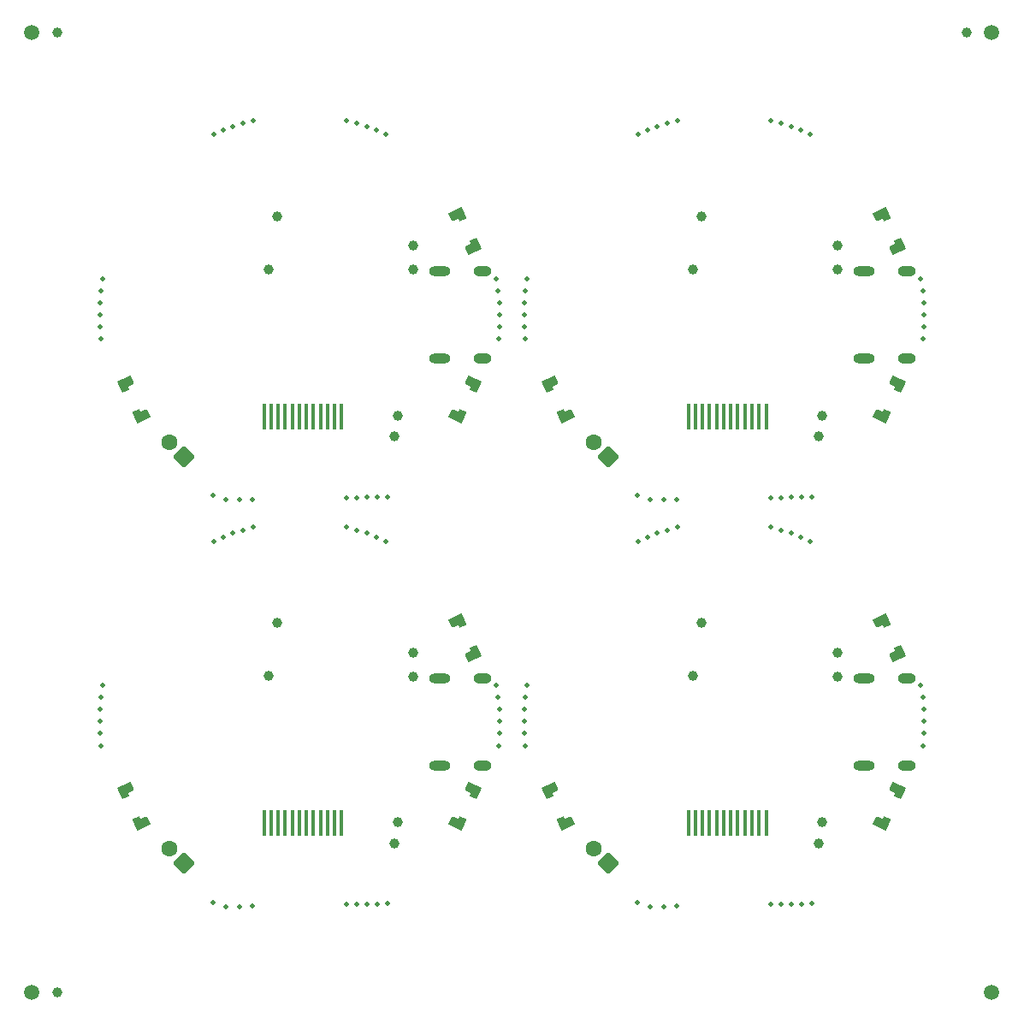
<source format=gbr>
%TF.GenerationSoftware,KiCad,Pcbnew,(6.0.7-1)-1*%
%TF.CreationDate,2022-10-26T11:28:27+01:00*%
%TF.ProjectId,panel,70616e65-6c2e-46b6-9963-61645f706362,rev?*%
%TF.SameCoordinates,Original*%
%TF.FileFunction,Soldermask,Bot*%
%TF.FilePolarity,Negative*%
%FSLAX46Y46*%
G04 Gerber Fmt 4.6, Leading zero omitted, Abs format (unit mm)*
G04 Created by KiCad (PCBNEW (6.0.7-1)-1) date 2022-10-26 11:28:27*
%MOMM*%
%LPD*%
G01*
G04 APERTURE LIST*
G04 Aperture macros list*
%AMRoundRect*
0 Rectangle with rounded corners*
0 $1 Rounding radius*
0 $2 $3 $4 $5 $6 $7 $8 $9 X,Y pos of 4 corners*
0 Add a 4 corners polygon primitive as box body*
4,1,4,$2,$3,$4,$5,$6,$7,$8,$9,$2,$3,0*
0 Add four circle primitives for the rounded corners*
1,1,$1+$1,$2,$3*
1,1,$1+$1,$4,$5*
1,1,$1+$1,$6,$7*
1,1,$1+$1,$8,$9*
0 Add four rect primitives between the rounded corners*
20,1,$1+$1,$2,$3,$4,$5,0*
20,1,$1+$1,$4,$5,$6,$7,0*
20,1,$1+$1,$6,$7,$8,$9,0*
20,1,$1+$1,$8,$9,$2,$3,0*%
%AMFreePoly0*
4,1,16,0.444576,0.992426,0.462150,0.950000,0.462150,0.300000,0.457200,0.288050,0.457200,-0.457200,-0.274320,-0.457201,-0.457200,-0.274320,-0.457200,0.240000,-0.697850,0.240000,-0.740276,0.257574,-0.757850,0.300000,-0.757850,0.950000,-0.740276,0.992426,-0.697850,1.010000,0.402150,1.010000,0.444576,0.992426,0.444576,0.992426,$1*%
%AMFreePoly1*
4,1,16,0.740277,0.992426,0.757850,0.950000,0.757850,0.300000,0.740275,0.257574,0.697850,0.240000,0.457200,0.240000,0.457201,-0.274320,0.274320,-0.457200,-0.457200,-0.457200,-0.457200,0.288050,-0.462150,0.300000,-0.462150,0.949999,-0.444576,0.992426,-0.402150,1.010000,0.697850,1.010000,0.740277,0.992426,0.740277,0.992426,$1*%
G04 Aperture macros list end*
%ADD10C,0.500000*%
%ADD11FreePoly0,115.000000*%
%ADD12FreePoly1,115.000000*%
%ADD13FreePoly0,295.000000*%
%ADD14FreePoly1,295.000000*%
%ADD15RoundRect,0.250000X0.777817X0.000000X0.000000X0.777817X-0.777817X0.000000X0.000000X-0.777817X0*%
%ADD16C,1.600000*%
%ADD17O,2.108200X0.990600*%
%ADD18O,1.803400X0.990600*%
%ADD19C,1.500000*%
%ADD20FreePoly1,245.000000*%
%ADD21FreePoly0,245.000000*%
%ADD22C,1.000000*%
%ADD23R,0.350000X2.500000*%
G04 APERTURE END LIST*
D10*
%TO.C,REF\u002A\u002A*%
X78687898Y-104048184D03*
%TD*%
%TO.C,REF\u002A\u002A*%
X66237867Y-46663832D03*
%TD*%
%TO.C,REF\u002A\u002A*%
X36415188Y-67470491D03*
%TD*%
%TO.C,REF\u002A\u002A*%
X52549340Y-67876646D03*
%TD*%
%TO.C,REF\u002A\u002A*%
X81330402Y-103999091D03*
%TD*%
%TO.C,REF\u002A\u002A*%
X105650245Y-43090517D03*
%TD*%
%TO.C,REF\u002A\u002A*%
X51591728Y-67474453D03*
%TD*%
D11*
%TO.C,SW5*%
X27051842Y-52049052D03*
D12*
X28613712Y-55398494D03*
%TD*%
D10*
%TO.C,REF\u002A\u002A*%
X66243941Y-44279345D03*
%TD*%
%TO.C,REF\u002A\u002A*%
X90632791Y-26257004D03*
%TD*%
%TO.C,REF\u002A\u002A*%
X24340040Y-88105930D03*
%TD*%
%TO.C,REF\u002A\u002A*%
X37384958Y-67097871D03*
%TD*%
%TO.C,REF\u002A\u002A*%
X35466281Y-27639889D03*
%TD*%
%TO.C,REF\u002A\u002A*%
X81370259Y-26231001D03*
%TD*%
D13*
%TO.C,SW3*%
X60867712Y-79218053D03*
D14*
X59305842Y-75868611D03*
%TD*%
D10*
%TO.C,REF\u002A\u002A*%
X78687898Y-63794625D03*
%TD*%
%TO.C,REF\u002A\u002A*%
X35454729Y-63372919D03*
%TD*%
%TO.C,REF\u002A\u002A*%
X63763261Y-46663490D03*
%TD*%
D15*
%TO.C,J2*%
X74499778Y-99760332D03*
D16*
X73085564Y-98346118D03*
%TD*%
D10*
%TO.C,REF\u002A\u002A*%
X63476856Y-41909992D03*
%TD*%
%TO.C,REF\u002A\u002A*%
X80372924Y-66776611D03*
%TD*%
D17*
%TO.C,J1*%
X99879778Y-41186771D03*
X99879778Y-49826775D03*
D18*
X104059778Y-49826775D03*
X104059778Y-41186771D03*
%TD*%
D10*
%TO.C,REF\u002A\u002A*%
X105664006Y-88106098D03*
%TD*%
%TO.C,REF\u002A\u002A*%
X105763262Y-86917049D03*
%TD*%
%TO.C,REF\u002A\u002A*%
X90662167Y-63572168D03*
%TD*%
%TO.C,REF\u002A\u002A*%
X48632790Y-26257004D03*
%TD*%
%TO.C,REF\u002A\u002A*%
X48632790Y-66510562D03*
%TD*%
%TO.C,REF\u002A\u002A*%
X35466281Y-67893447D03*
%TD*%
%TO.C,REF\u002A\u002A*%
X105664006Y-47852539D03*
%TD*%
D15*
%TO.C,J2*%
X32499777Y-99760332D03*
D16*
X31085563Y-98346118D03*
%TD*%
D14*
%TO.C,SW3*%
X101305843Y-35615052D03*
D13*
X102867713Y-38964494D03*
%TD*%
D10*
%TO.C,REF\u002A\u002A*%
X49662123Y-63553590D03*
%TD*%
%TO.C,REF\u002A\u002A*%
X63650244Y-43090517D03*
%TD*%
%TO.C,REF\u002A\u002A*%
X38009150Y-63770078D03*
%TD*%
%TO.C,REF\u002A\u002A*%
X38009150Y-104023637D03*
%TD*%
%TO.C,REF\u002A\u002A*%
X94549341Y-27623088D03*
%TD*%
%TO.C,REF\u002A\u002A*%
X81370259Y-66484559D03*
%TD*%
%TO.C,REF\u002A\u002A*%
X24205800Y-45471470D03*
%TD*%
%TO.C,REF\u002A\u002A*%
X77454729Y-103626478D03*
%TD*%
%TO.C,REF\u002A\u002A*%
X63664005Y-88106098D03*
%TD*%
%TO.C,REF\u002A\u002A*%
X79384958Y-67097871D03*
%TD*%
%TO.C,REF\u002A\u002A*%
X39330402Y-63745532D03*
%TD*%
%TO.C,REF\u002A\u002A*%
X91635507Y-26526402D03*
%TD*%
%TO.C,REF\u002A\u002A*%
X36415188Y-27216933D03*
%TD*%
D14*
%TO.C,SW3*%
X59305842Y-35615052D03*
D13*
X60867712Y-38964494D03*
%TD*%
D10*
%TO.C,REF\u002A\u002A*%
X63476856Y-82163550D03*
%TD*%
%TO.C,REF\u002A\u002A*%
X66352156Y-43091513D03*
%TD*%
D15*
%TO.C,J2*%
X74499778Y-59506773D03*
D16*
X73085564Y-58092559D03*
%TD*%
D10*
%TO.C,REF\u002A\u002A*%
X63664005Y-47852539D03*
%TD*%
%TO.C,REF\u002A\u002A*%
X35454729Y-103626478D03*
%TD*%
%TO.C,REF\u002A\u002A*%
X36687898Y-63794625D03*
%TD*%
D18*
%TO.C,J1*%
X62059777Y-90080334D03*
D17*
X57879777Y-81440330D03*
D18*
X62059777Y-81440330D03*
D17*
X57879777Y-90080334D03*
%TD*%
D10*
%TO.C,REF\u002A\u002A*%
X66237867Y-86917391D03*
%TD*%
%TO.C,REF\u002A\u002A*%
X24340040Y-47852371D03*
%TD*%
%TO.C,REF\u002A\u002A*%
X77466281Y-27639889D03*
%TD*%
%TO.C,REF\u002A\u002A*%
X24530084Y-41912019D03*
%TD*%
%TO.C,REF\u002A\u002A*%
X105797387Y-85724506D03*
%TD*%
%TO.C,REF\u002A\u002A*%
X52549340Y-27623088D03*
%TD*%
%TO.C,REF\u002A\u002A*%
X105759669Y-44278516D03*
%TD*%
%TO.C,REF\u002A\u002A*%
X91662124Y-63553590D03*
%TD*%
%TO.C,REF\u002A\u002A*%
X39370259Y-66484559D03*
%TD*%
%TO.C,REF\u002A\u002A*%
X92622724Y-67101551D03*
%TD*%
D19*
%TO.C,REF\u002A\u002A*%
X112500000Y-112500000D03*
%TD*%
D10*
%TO.C,REF\u002A\u002A*%
X24243941Y-84532903D03*
%TD*%
%TO.C,REF\u002A\u002A*%
X105650245Y-83344075D03*
%TD*%
%TO.C,REF\u002A\u002A*%
X63759668Y-44278516D03*
%TD*%
%TO.C,REF\u002A\u002A*%
X36687898Y-104048184D03*
%TD*%
%TO.C,REF\u002A\u002A*%
X66530084Y-82165577D03*
%TD*%
%TO.C,REF\u002A\u002A*%
X38372924Y-26523053D03*
%TD*%
%TO.C,REF\u002A\u002A*%
X24352156Y-43091513D03*
%TD*%
%TO.C,REF\u002A\u002A*%
X105476857Y-41909992D03*
%TD*%
%TO.C,REF\u002A\u002A*%
X105476857Y-82163550D03*
%TD*%
D20*
%TO.C,SW4*%
X102867713Y-92302611D03*
D21*
X101305843Y-95652053D03*
%TD*%
D10*
%TO.C,REF\u002A\u002A*%
X105763262Y-46663490D03*
%TD*%
%TO.C,REF\u002A\u002A*%
X77454729Y-63372919D03*
%TD*%
%TO.C,REF\u002A\u002A*%
X49635506Y-66779960D03*
%TD*%
%TO.C,REF\u002A\u002A*%
X80372924Y-26523053D03*
%TD*%
%TO.C,REF\u002A\u002A*%
X39330402Y-103999091D03*
%TD*%
%TO.C,REF\u002A\u002A*%
X66352156Y-83345071D03*
%TD*%
%TO.C,REF\u002A\u002A*%
X93591729Y-27220895D03*
%TD*%
D19*
%TO.C,REF\u002A\u002A*%
X17500000Y-17500000D03*
%TD*%
D10*
%TO.C,REF\u002A\u002A*%
X91662124Y-103807149D03*
%TD*%
%TO.C,REF\u002A\u002A*%
X63759668Y-84532074D03*
%TD*%
%TO.C,REF\u002A\u002A*%
X77466281Y-67893447D03*
%TD*%
%TO.C,REF\u002A\u002A*%
X92622724Y-26847993D03*
%TD*%
%TO.C,REF\u002A\u002A*%
X24205800Y-85725029D03*
%TD*%
%TO.C,REF\u002A\u002A*%
X24243941Y-44279345D03*
%TD*%
%TO.C,REF\u002A\u002A*%
X39370259Y-26231001D03*
%TD*%
%TO.C,REF\u002A\u002A*%
X63650244Y-83344075D03*
%TD*%
%TO.C,REF\u002A\u002A*%
X49635506Y-26526402D03*
%TD*%
%TO.C,REF\u002A\u002A*%
X24237867Y-86917391D03*
%TD*%
%TO.C,REF\u002A\u002A*%
X50622723Y-67101551D03*
%TD*%
%TO.C,REF\u002A\u002A*%
X63763261Y-86917049D03*
%TD*%
D11*
%TO.C,SW5*%
X69051843Y-52049052D03*
D12*
X70613713Y-55398494D03*
%TD*%
D10*
%TO.C,REF\u002A\u002A*%
X51662036Y-63516436D03*
%TD*%
%TO.C,REF\u002A\u002A*%
X66340040Y-88105930D03*
%TD*%
%TO.C,REF\u002A\u002A*%
X50662080Y-63535013D03*
%TD*%
%TO.C,REF\u002A\u002A*%
X92662081Y-63535013D03*
%TD*%
%TO.C,REF\u002A\u002A*%
X51662036Y-103769995D03*
%TD*%
%TO.C,REF\u002A\u002A*%
X52661993Y-103751418D03*
%TD*%
%TO.C,REF\u002A\u002A*%
X105797387Y-45470947D03*
%TD*%
%TO.C,REF\u002A\u002A*%
X24530084Y-82165577D03*
%TD*%
%TO.C,REF\u002A\u002A*%
X92662081Y-103788572D03*
%TD*%
%TO.C,REF\u002A\u002A*%
X78415188Y-27216933D03*
%TD*%
%TO.C,REF\u002A\u002A*%
X52661993Y-63497859D03*
%TD*%
%TO.C,REF\u002A\u002A*%
X91635507Y-66779960D03*
%TD*%
%TO.C,REF\u002A\u002A*%
X93662037Y-63516436D03*
%TD*%
%TO.C,REF\u002A\u002A*%
X78415188Y-67470491D03*
%TD*%
D20*
%TO.C,SW4*%
X102867713Y-52049052D03*
D21*
X101305843Y-55398494D03*
%TD*%
D10*
%TO.C,REF\u002A\u002A*%
X24237867Y-46663832D03*
%TD*%
%TO.C,REF\u002A\u002A*%
X50662080Y-103788572D03*
%TD*%
D19*
%TO.C,REF\u002A\u002A*%
X17500000Y-112500000D03*
%TD*%
D12*
%TO.C,SW5*%
X28613712Y-95652053D03*
D11*
X27051842Y-92302611D03*
%TD*%
D10*
%TO.C,REF\u002A\u002A*%
X50622723Y-26847993D03*
%TD*%
%TO.C,REF\u002A\u002A*%
X93591729Y-67474453D03*
%TD*%
D20*
%TO.C,SW4*%
X60867712Y-92302611D03*
D21*
X59305842Y-95652053D03*
%TD*%
D10*
%TO.C,REF\u002A\u002A*%
X66340040Y-47852371D03*
%TD*%
D13*
%TO.C,SW3*%
X102867713Y-79218053D03*
D14*
X101305843Y-75868611D03*
%TD*%
D18*
%TO.C,J1*%
X104059778Y-81440330D03*
D17*
X99879778Y-81440330D03*
D18*
X104059778Y-90080334D03*
D17*
X99879778Y-90080334D03*
%TD*%
D10*
%TO.C,REF\u002A\u002A*%
X48662166Y-63572168D03*
%TD*%
%TO.C,REF\u002A\u002A*%
X90662167Y-103825727D03*
%TD*%
%TO.C,REF\u002A\u002A*%
X80009150Y-63770078D03*
%TD*%
%TO.C,REF\u002A\u002A*%
X66205800Y-45471470D03*
%TD*%
D15*
%TO.C,J2*%
X32499777Y-59506773D03*
D16*
X31085563Y-58092559D03*
%TD*%
D10*
%TO.C,REF\u002A\u002A*%
X48662166Y-103825727D03*
%TD*%
%TO.C,REF\u002A\u002A*%
X66243941Y-84532903D03*
%TD*%
%TO.C,REF\u002A\u002A*%
X80009150Y-104023637D03*
%TD*%
%TO.C,REF\u002A\u002A*%
X94549341Y-67876646D03*
%TD*%
%TO.C,REF\u002A\u002A*%
X24352156Y-83345071D03*
%TD*%
%TO.C,REF\u002A\u002A*%
X38372924Y-66776611D03*
%TD*%
%TO.C,REF\u002A\u002A*%
X37384958Y-26844313D03*
%TD*%
D20*
%TO.C,SW4*%
X60867712Y-52049052D03*
D21*
X59305842Y-55398494D03*
%TD*%
D10*
%TO.C,REF\u002A\u002A*%
X66530084Y-41912019D03*
%TD*%
D11*
%TO.C,SW5*%
X69051843Y-92302611D03*
D12*
X70613713Y-95652053D03*
%TD*%
D10*
%TO.C,REF\u002A\u002A*%
X94661994Y-63497859D03*
%TD*%
%TO.C,REF\u002A\u002A*%
X94661994Y-103751418D03*
%TD*%
%TO.C,REF\u002A\u002A*%
X105759669Y-84532074D03*
%TD*%
%TO.C,REF\u002A\u002A*%
X90632791Y-66510562D03*
%TD*%
%TO.C,REF\u002A\u002A*%
X51591728Y-27220895D03*
%TD*%
D19*
%TO.C,REF\u002A\u002A*%
X112500000Y-17500000D03*
%TD*%
D10*
%TO.C,REF\u002A\u002A*%
X79384958Y-26844313D03*
%TD*%
%TO.C,REF\u002A\u002A*%
X93662037Y-103769995D03*
%TD*%
%TO.C,REF\u002A\u002A*%
X63797386Y-45470947D03*
%TD*%
%TO.C,REF\u002A\u002A*%
X63797386Y-85724506D03*
%TD*%
%TO.C,REF\u002A\u002A*%
X81330402Y-63745532D03*
%TD*%
%TO.C,REF\u002A\u002A*%
X49662123Y-103807149D03*
%TD*%
%TO.C,REF\u002A\u002A*%
X66205800Y-85725029D03*
%TD*%
D17*
%TO.C,J1*%
X57879777Y-49826775D03*
X57879777Y-41186771D03*
D18*
X62059777Y-49826775D03*
X62059777Y-41186771D03*
%TD*%
D22*
%TO.C,TP1*%
X41789777Y-75980332D03*
%TD*%
%TO.C,TP2*%
X82899778Y-81230332D03*
%TD*%
%TO.C,REF\u002A\u002A*%
X20000000Y-17500000D03*
%TD*%
D23*
%TO.C,U5*%
X82459778Y-55526273D03*
X83159778Y-55526273D03*
X83859778Y-55526273D03*
X84559778Y-55526273D03*
X85259778Y-55526273D03*
X85959778Y-55526273D03*
X86659778Y-55526273D03*
X87359778Y-55526273D03*
X88059778Y-55526273D03*
X88759778Y-55526273D03*
X89459778Y-55526273D03*
X90159778Y-55526273D03*
%TD*%
D22*
%TO.C,TP2*%
X40899777Y-40976773D03*
%TD*%
%TO.C,TP4*%
X95349778Y-97770332D03*
%TD*%
%TO.C,TP2*%
X40899777Y-81230332D03*
%TD*%
%TO.C,TP4*%
X95349778Y-57516773D03*
%TD*%
%TO.C,TP1*%
X83789778Y-35726773D03*
%TD*%
D23*
%TO.C,U5*%
X40459777Y-95779832D03*
X41159777Y-95779832D03*
X41859777Y-95779832D03*
X42559777Y-95779832D03*
X43259777Y-95779832D03*
X43959777Y-95779832D03*
X44659777Y-95779832D03*
X45359777Y-95779832D03*
X46059777Y-95779832D03*
X46759777Y-95779832D03*
X47459777Y-95779832D03*
X48159777Y-95779832D03*
%TD*%
D22*
%TO.C,TP3*%
X53689777Y-55436773D03*
%TD*%
%TO.C,REF\u002A\u002A*%
X110000000Y-17500000D03*
%TD*%
%TO.C,TP3*%
X95689778Y-95690332D03*
%TD*%
%TO.C,TP7*%
X55189777Y-38646773D03*
%TD*%
%TO.C,TP2*%
X82899778Y-40976773D03*
%TD*%
%TO.C,REF\u002A\u002A*%
X20000000Y-112500000D03*
%TD*%
%TO.C,TP6*%
X97219778Y-81250332D03*
%TD*%
%TO.C,TP7*%
X97189778Y-38646773D03*
%TD*%
%TO.C,TP7*%
X55189777Y-78900332D03*
%TD*%
%TO.C,TP3*%
X95689778Y-55436773D03*
%TD*%
%TO.C,TP7*%
X97189778Y-78900332D03*
%TD*%
%TO.C,TP1*%
X41789777Y-35726773D03*
%TD*%
%TO.C,TP6*%
X55219777Y-81250332D03*
%TD*%
%TO.C,TP3*%
X53689777Y-95690332D03*
%TD*%
%TO.C,TP6*%
X97219778Y-40996773D03*
%TD*%
%TO.C,TP4*%
X53349777Y-97770332D03*
%TD*%
D23*
%TO.C,U5*%
X82459778Y-95779832D03*
X83159778Y-95779832D03*
X83859778Y-95779832D03*
X84559778Y-95779832D03*
X85259778Y-95779832D03*
X85959778Y-95779832D03*
X86659778Y-95779832D03*
X87359778Y-95779832D03*
X88059778Y-95779832D03*
X88759778Y-95779832D03*
X89459778Y-95779832D03*
X90159778Y-95779832D03*
%TD*%
%TO.C,U5*%
X40459777Y-55526273D03*
X41159777Y-55526273D03*
X41859777Y-55526273D03*
X42559777Y-55526273D03*
X43259777Y-55526273D03*
X43959777Y-55526273D03*
X44659777Y-55526273D03*
X45359777Y-55526273D03*
X46059777Y-55526273D03*
X46759777Y-55526273D03*
X47459777Y-55526273D03*
X48159777Y-55526273D03*
%TD*%
D22*
%TO.C,TP4*%
X53349777Y-57516773D03*
%TD*%
%TO.C,TP1*%
X83789778Y-75980332D03*
%TD*%
%TO.C,TP6*%
X55219777Y-40996773D03*
%TD*%
M02*

</source>
